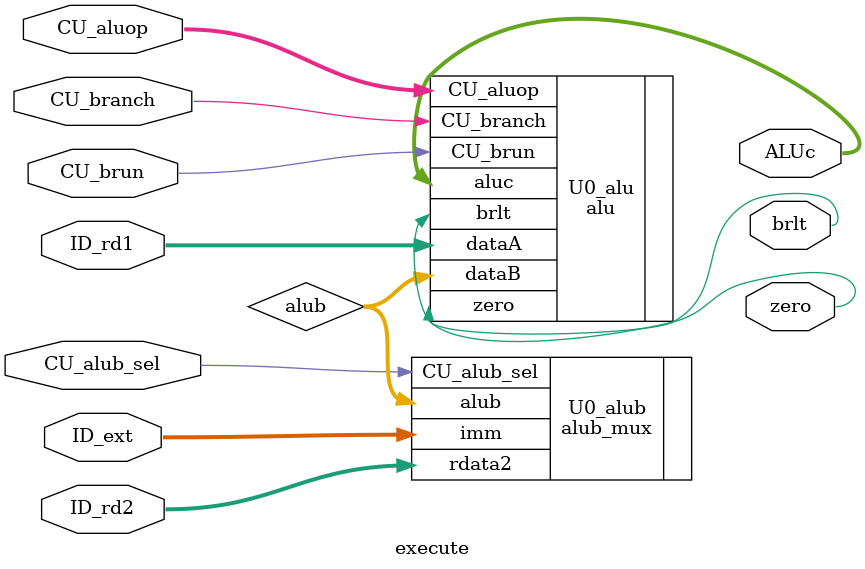
<source format=v>
`timescale 1ns / 1ps
`include "param.v"                      


module execute(
    input wire [31:0] ID_rd1,
    input wire [31:0] ID_rd2,
    input wire [31:0] ID_ext,
    input wire CU_alub_sel,
    input wire CU_brun,
    input wire CU_branch,
    input wire [2:0] CU_aluop,

    output wire [31:0] ALUc,
    output wire brlt,
    output wire zero

    );

    wire [31:0] alub;

    alub_mux U0_alub(
        .CU_alub_sel (CU_alub_sel),
        .rdata2 (ID_rd2),
        .imm    (ID_ext),

        .alub   (alub)

    // input wire CU_alub_sel,
    // input wire [31:0] rdata2,
    // input wire [31:0] imm,

    // output wire [31:0] alub
    );

    alu U0_alu(
        .CU_brun (CU_brun),
        .CU_branch (CU_branch),
        .CU_aluop  (CU_aluop),
        .dataA     (ID_rd1),
        .dataB     (alub),

        .aluc      (ALUc),
        .zero      (zero),
        .brlt      (brlt)
    // input wire CU_brun,
    // input wire CU_branch,
    // input wire CU_aluop,
    // input wire [31:0] dataA,
    // input wire [31:0] dataB,

    // output wire [31:0] aluc,
    // output wire zero,
    // output wire brlt
    );
endmodule

</source>
